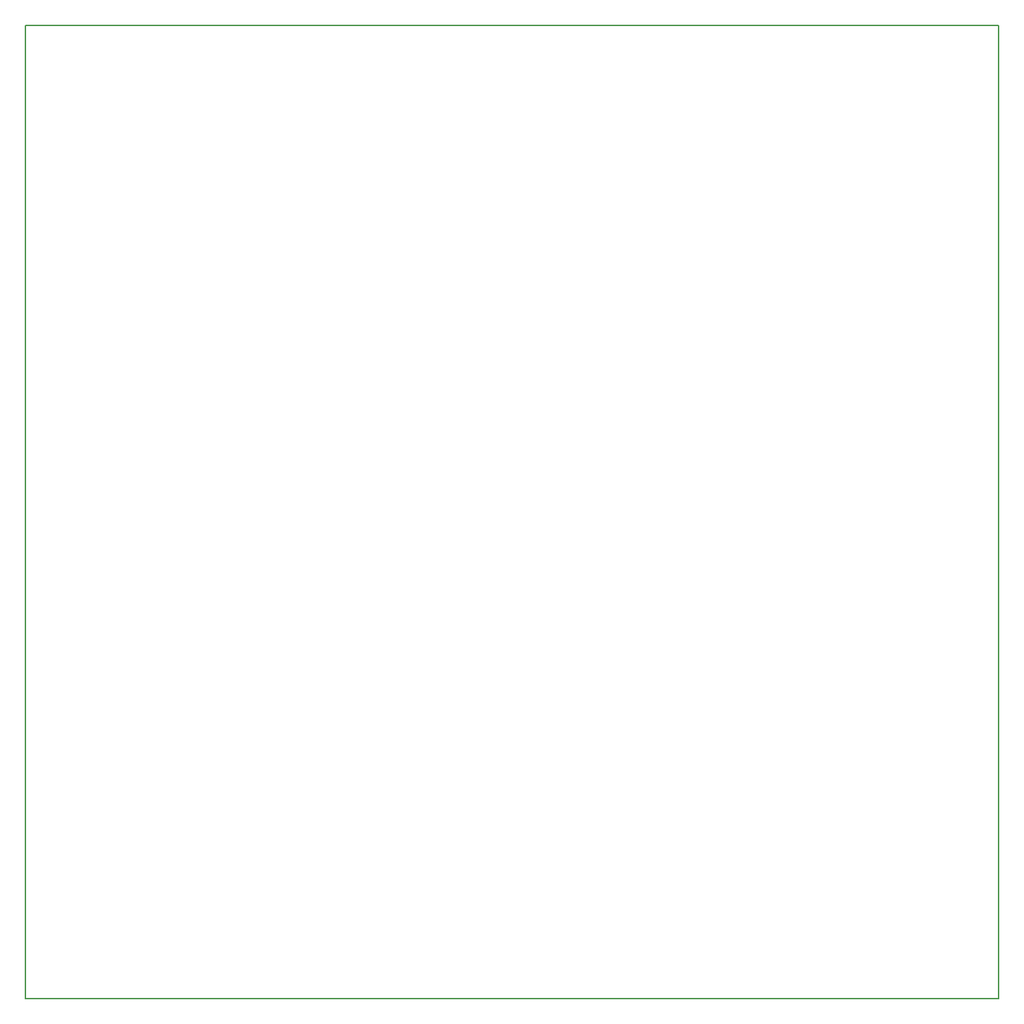
<source format=gbr>
G04 PROTEUS GERBER X2 FILE*
%TF.GenerationSoftware,Labcenter,Proteus,8.8-SP1-Build27031*%
%TF.CreationDate,2021-08-02T14:58:59+00:00*%
%TF.FileFunction,Paste,Top*%
%TF.FilePolarity,Positive*%
%TF.Part,Single*%
%TF.SameCoordinates,{c3ce3005-f07b-4d42-96ea-8d11783d6a5d}*%
%FSLAX45Y45*%
%MOMM*%
G01*
%TA.AperFunction,Profile*%
%ADD21C,0.203200*%
%TD.AperFunction*%
D21*
X-12754000Y-52000D02*
X-754000Y-52000D01*
X-754000Y+11948000D01*
X-12754000Y+11948000D01*
X-12754000Y-52000D01*
M02*

</source>
